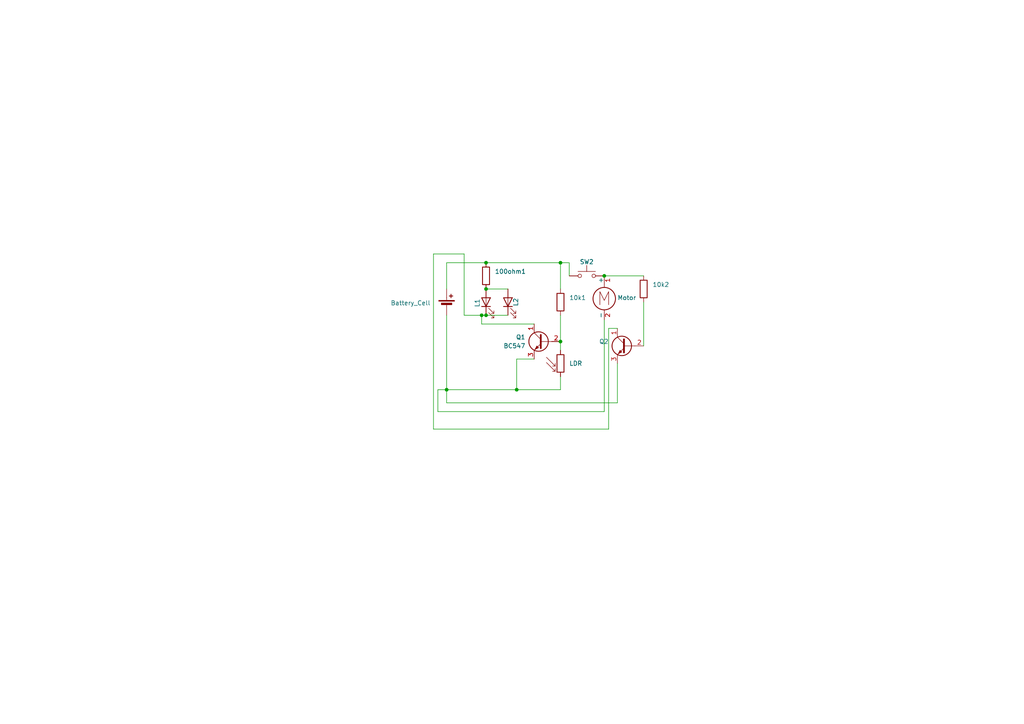
<source format=kicad_sch>
(kicad_sch
	(version 20250114)
	(generator "eeschema")
	(generator_version "9.0")
	(uuid "8a5a08af-704e-4202-9ba6-27d3b0bd7c77")
	(paper "A4")
	(lib_symbols
		(symbol "Device:Battery_Cell"
			(pin_numbers
				(hide yes)
			)
			(pin_names
				(offset 0)
				(hide yes)
			)
			(exclude_from_sim no)
			(in_bom yes)
			(on_board yes)
			(property "Reference" "BT"
				(at 2.54 2.54 0)
				(effects
					(font
						(size 1.27 1.27)
					)
					(justify left)
				)
			)
			(property "Value" "Battery_Cell"
				(at 2.54 0 0)
				(effects
					(font
						(size 1.27 1.27)
					)
					(justify left)
				)
			)
			(property "Footprint" ""
				(at 0 1.524 90)
				(effects
					(font
						(size 1.27 1.27)
					)
					(hide yes)
				)
			)
			(property "Datasheet" "~"
				(at 0 1.524 90)
				(effects
					(font
						(size 1.27 1.27)
					)
					(hide yes)
				)
			)
			(property "Description" "Single-cell battery"
				(at 0 0 0)
				(effects
					(font
						(size 1.27 1.27)
					)
					(hide yes)
				)
			)
			(property "ki_keywords" "battery cell"
				(at 0 0 0)
				(effects
					(font
						(size 1.27 1.27)
					)
					(hide yes)
				)
			)
			(symbol "Battery_Cell_0_1"
				(rectangle
					(start -2.286 1.778)
					(end 2.286 1.524)
					(stroke
						(width 0)
						(type default)
					)
					(fill
						(type outline)
					)
				)
				(rectangle
					(start -1.524 1.016)
					(end 1.524 0.508)
					(stroke
						(width 0)
						(type default)
					)
					(fill
						(type outline)
					)
				)
				(polyline
					(pts
						(xy 0 1.778) (xy 0 2.54)
					)
					(stroke
						(width 0)
						(type default)
					)
					(fill
						(type none)
					)
				)
				(polyline
					(pts
						(xy 0 0.762) (xy 0 0)
					)
					(stroke
						(width 0)
						(type default)
					)
					(fill
						(type none)
					)
				)
				(polyline
					(pts
						(xy 0.762 3.048) (xy 1.778 3.048)
					)
					(stroke
						(width 0.254)
						(type default)
					)
					(fill
						(type none)
					)
				)
				(polyline
					(pts
						(xy 1.27 3.556) (xy 1.27 2.54)
					)
					(stroke
						(width 0.254)
						(type default)
					)
					(fill
						(type none)
					)
				)
			)
			(symbol "Battery_Cell_1_1"
				(pin passive line
					(at 0 5.08 270)
					(length 2.54)
					(name "+"
						(effects
							(font
								(size 1.27 1.27)
							)
						)
					)
					(number "1"
						(effects
							(font
								(size 1.27 1.27)
							)
						)
					)
				)
				(pin passive line
					(at 0 -2.54 90)
					(length 2.54)
					(name "-"
						(effects
							(font
								(size 1.27 1.27)
							)
						)
					)
					(number "2"
						(effects
							(font
								(size 1.27 1.27)
							)
						)
					)
				)
			)
			(embedded_fonts no)
		)
		(symbol "Device:LED"
			(pin_numbers
				(hide yes)
			)
			(pin_names
				(offset 1.016)
				(hide yes)
			)
			(exclude_from_sim no)
			(in_bom yes)
			(on_board yes)
			(property "Reference" "D"
				(at 0 2.54 0)
				(effects
					(font
						(size 1.27 1.27)
					)
				)
			)
			(property "Value" "LED"
				(at 0 -2.54 0)
				(effects
					(font
						(size 1.27 1.27)
					)
				)
			)
			(property "Footprint" ""
				(at 0 0 0)
				(effects
					(font
						(size 1.27 1.27)
					)
					(hide yes)
				)
			)
			(property "Datasheet" "~"
				(at 0 0 0)
				(effects
					(font
						(size 1.27 1.27)
					)
					(hide yes)
				)
			)
			(property "Description" "Light emitting diode"
				(at 0 0 0)
				(effects
					(font
						(size 1.27 1.27)
					)
					(hide yes)
				)
			)
			(property "Sim.Pins" "1=K 2=A"
				(at 0 0 0)
				(effects
					(font
						(size 1.27 1.27)
					)
					(hide yes)
				)
			)
			(property "ki_keywords" "LED diode"
				(at 0 0 0)
				(effects
					(font
						(size 1.27 1.27)
					)
					(hide yes)
				)
			)
			(property "ki_fp_filters" "LED* LED_SMD:* LED_THT:*"
				(at 0 0 0)
				(effects
					(font
						(size 1.27 1.27)
					)
					(hide yes)
				)
			)
			(symbol "LED_0_1"
				(polyline
					(pts
						(xy -3.048 -0.762) (xy -4.572 -2.286) (xy -3.81 -2.286) (xy -4.572 -2.286) (xy -4.572 -1.524)
					)
					(stroke
						(width 0)
						(type default)
					)
					(fill
						(type none)
					)
				)
				(polyline
					(pts
						(xy -1.778 -0.762) (xy -3.302 -2.286) (xy -2.54 -2.286) (xy -3.302 -2.286) (xy -3.302 -1.524)
					)
					(stroke
						(width 0)
						(type default)
					)
					(fill
						(type none)
					)
				)
				(polyline
					(pts
						(xy -1.27 0) (xy 1.27 0)
					)
					(stroke
						(width 0)
						(type default)
					)
					(fill
						(type none)
					)
				)
				(polyline
					(pts
						(xy -1.27 -1.27) (xy -1.27 1.27)
					)
					(stroke
						(width 0.254)
						(type default)
					)
					(fill
						(type none)
					)
				)
				(polyline
					(pts
						(xy 1.27 -1.27) (xy 1.27 1.27) (xy -1.27 0) (xy 1.27 -1.27)
					)
					(stroke
						(width 0.254)
						(type default)
					)
					(fill
						(type none)
					)
				)
			)
			(symbol "LED_1_1"
				(pin passive line
					(at -3.81 0 0)
					(length 2.54)
					(name "K"
						(effects
							(font
								(size 1.27 1.27)
							)
						)
					)
					(number "1"
						(effects
							(font
								(size 1.27 1.27)
							)
						)
					)
				)
				(pin passive line
					(at 3.81 0 180)
					(length 2.54)
					(name "A"
						(effects
							(font
								(size 1.27 1.27)
							)
						)
					)
					(number "2"
						(effects
							(font
								(size 1.27 1.27)
							)
						)
					)
				)
			)
			(embedded_fonts no)
		)
		(symbol "Device:R"
			(pin_numbers
				(hide yes)
			)
			(pin_names
				(offset 0)
			)
			(exclude_from_sim no)
			(in_bom yes)
			(on_board yes)
			(property "Reference" "R"
				(at 2.032 0 90)
				(effects
					(font
						(size 1.27 1.27)
					)
				)
			)
			(property "Value" "R"
				(at 0 0 90)
				(effects
					(font
						(size 1.27 1.27)
					)
				)
			)
			(property "Footprint" ""
				(at -1.778 0 90)
				(effects
					(font
						(size 1.27 1.27)
					)
					(hide yes)
				)
			)
			(property "Datasheet" "~"
				(at 0 0 0)
				(effects
					(font
						(size 1.27 1.27)
					)
					(hide yes)
				)
			)
			(property "Description" "Resistor"
				(at 0 0 0)
				(effects
					(font
						(size 1.27 1.27)
					)
					(hide yes)
				)
			)
			(property "ki_keywords" "R res resistor"
				(at 0 0 0)
				(effects
					(font
						(size 1.27 1.27)
					)
					(hide yes)
				)
			)
			(property "ki_fp_filters" "R_*"
				(at 0 0 0)
				(effects
					(font
						(size 1.27 1.27)
					)
					(hide yes)
				)
			)
			(symbol "R_0_1"
				(rectangle
					(start -1.016 -2.54)
					(end 1.016 2.54)
					(stroke
						(width 0.254)
						(type default)
					)
					(fill
						(type none)
					)
				)
			)
			(symbol "R_1_1"
				(pin passive line
					(at 0 3.81 270)
					(length 1.27)
					(name "~"
						(effects
							(font
								(size 1.27 1.27)
							)
						)
					)
					(number "1"
						(effects
							(font
								(size 1.27 1.27)
							)
						)
					)
				)
				(pin passive line
					(at 0 -3.81 90)
					(length 1.27)
					(name "~"
						(effects
							(font
								(size 1.27 1.27)
							)
						)
					)
					(number "2"
						(effects
							(font
								(size 1.27 1.27)
							)
						)
					)
				)
			)
			(embedded_fonts no)
		)
		(symbol "Device:R_Photo"
			(pin_numbers
				(hide yes)
			)
			(pin_names
				(offset 0)
			)
			(exclude_from_sim no)
			(in_bom yes)
			(on_board yes)
			(property "Reference" "R"
				(at 1.27 1.27 0)
				(effects
					(font
						(size 1.27 1.27)
					)
					(justify left)
				)
			)
			(property "Value" "R_Photo"
				(at 1.27 0 0)
				(effects
					(font
						(size 1.27 1.27)
					)
					(justify left top)
				)
			)
			(property "Footprint" ""
				(at 1.27 -6.35 90)
				(effects
					(font
						(size 1.27 1.27)
					)
					(justify left)
					(hide yes)
				)
			)
			(property "Datasheet" "~"
				(at 0 -1.27 0)
				(effects
					(font
						(size 1.27 1.27)
					)
					(hide yes)
				)
			)
			(property "Description" "Photoresistor"
				(at 0 0 0)
				(effects
					(font
						(size 1.27 1.27)
					)
					(hide yes)
				)
			)
			(property "ki_keywords" "resistor variable light sensitive opto LDR"
				(at 0 0 0)
				(effects
					(font
						(size 1.27 1.27)
					)
					(hide yes)
				)
			)
			(property "ki_fp_filters" "*LDR* R?LDR*"
				(at 0 0 0)
				(effects
					(font
						(size 1.27 1.27)
					)
					(hide yes)
				)
			)
			(symbol "R_Photo_0_1"
				(polyline
					(pts
						(xy -1.524 -0.762) (xy -4.064 1.778)
					)
					(stroke
						(width 0)
						(type default)
					)
					(fill
						(type none)
					)
				)
				(polyline
					(pts
						(xy -1.524 -0.762) (xy -2.286 -0.762)
					)
					(stroke
						(width 0)
						(type default)
					)
					(fill
						(type none)
					)
				)
				(polyline
					(pts
						(xy -1.524 -0.762) (xy -1.524 0)
					)
					(stroke
						(width 0)
						(type default)
					)
					(fill
						(type none)
					)
				)
				(polyline
					(pts
						(xy -1.524 -2.286) (xy -4.064 0.254)
					)
					(stroke
						(width 0)
						(type default)
					)
					(fill
						(type none)
					)
				)
				(polyline
					(pts
						(xy -1.524 -2.286) (xy -2.286 -2.286)
					)
					(stroke
						(width 0)
						(type default)
					)
					(fill
						(type none)
					)
				)
				(polyline
					(pts
						(xy -1.524 -2.286) (xy -1.524 -1.524)
					)
					(stroke
						(width 0)
						(type default)
					)
					(fill
						(type none)
					)
				)
				(rectangle
					(start -1.016 2.54)
					(end 1.016 -2.54)
					(stroke
						(width 0.254)
						(type default)
					)
					(fill
						(type none)
					)
				)
			)
			(symbol "R_Photo_1_1"
				(pin passive line
					(at 0 3.81 270)
					(length 1.27)
					(name "~"
						(effects
							(font
								(size 1.27 1.27)
							)
						)
					)
					(number "1"
						(effects
							(font
								(size 1.27 1.27)
							)
						)
					)
				)
				(pin passive line
					(at 0 -3.81 90)
					(length 1.27)
					(name "~"
						(effects
							(font
								(size 1.27 1.27)
							)
						)
					)
					(number "2"
						(effects
							(font
								(size 1.27 1.27)
							)
						)
					)
				)
			)
			(embedded_fonts no)
		)
		(symbol "Motor:Motor_DC"
			(pin_names
				(offset 0)
			)
			(exclude_from_sim no)
			(in_bom yes)
			(on_board yes)
			(property "Reference" "M"
				(at 2.54 2.54 0)
				(effects
					(font
						(size 1.27 1.27)
					)
					(justify left)
				)
			)
			(property "Value" "Motor_DC"
				(at 2.54 -5.08 0)
				(effects
					(font
						(size 1.27 1.27)
					)
					(justify left top)
				)
			)
			(property "Footprint" ""
				(at 0 -2.286 0)
				(effects
					(font
						(size 1.27 1.27)
					)
					(hide yes)
				)
			)
			(property "Datasheet" "~"
				(at 0 -2.286 0)
				(effects
					(font
						(size 1.27 1.27)
					)
					(hide yes)
				)
			)
			(property "Description" "DC Motor"
				(at 0 0 0)
				(effects
					(font
						(size 1.27 1.27)
					)
					(hide yes)
				)
			)
			(property "ki_keywords" "DC Motor"
				(at 0 0 0)
				(effects
					(font
						(size 1.27 1.27)
					)
					(hide yes)
				)
			)
			(property "ki_fp_filters" "PinHeader*P2.54mm* TerminalBlock*"
				(at 0 0 0)
				(effects
					(font
						(size 1.27 1.27)
					)
					(hide yes)
				)
			)
			(symbol "Motor_DC_0_0"
				(polyline
					(pts
						(xy -1.27 -3.302) (xy -1.27 0.508) (xy 0 -2.032) (xy 1.27 0.508) (xy 1.27 -3.302)
					)
					(stroke
						(width 0)
						(type default)
					)
					(fill
						(type none)
					)
				)
			)
			(symbol "Motor_DC_0_1"
				(polyline
					(pts
						(xy 0 2.032) (xy 0 2.54)
					)
					(stroke
						(width 0)
						(type default)
					)
					(fill
						(type none)
					)
				)
				(polyline
					(pts
						(xy 0 1.7272) (xy 0 2.0828)
					)
					(stroke
						(width 0)
						(type default)
					)
					(fill
						(type none)
					)
				)
				(circle
					(center 0 -1.524)
					(radius 3.2512)
					(stroke
						(width 0.254)
						(type default)
					)
					(fill
						(type none)
					)
				)
				(polyline
					(pts
						(xy 0 -4.7752) (xy 0 -5.1816)
					)
					(stroke
						(width 0)
						(type default)
					)
					(fill
						(type none)
					)
				)
				(polyline
					(pts
						(xy 0 -7.62) (xy 0 -7.112)
					)
					(stroke
						(width 0)
						(type default)
					)
					(fill
						(type none)
					)
				)
			)
			(symbol "Motor_DC_1_1"
				(pin passive line
					(at 0 5.08 270)
					(length 2.54)
					(name "+"
						(effects
							(font
								(size 1.27 1.27)
							)
						)
					)
					(number "1"
						(effects
							(font
								(size 1.27 1.27)
							)
						)
					)
				)
				(pin passive line
					(at 0 -7.62 90)
					(length 2.54)
					(name "-"
						(effects
							(font
								(size 1.27 1.27)
							)
						)
					)
					(number "2"
						(effects
							(font
								(size 1.27 1.27)
							)
						)
					)
				)
			)
			(embedded_fonts no)
		)
		(symbol "Switch:SW_Push"
			(pin_numbers
				(hide yes)
			)
			(pin_names
				(offset 1.016)
				(hide yes)
			)
			(exclude_from_sim no)
			(in_bom yes)
			(on_board yes)
			(property "Reference" "SW"
				(at 1.27 2.54 0)
				(effects
					(font
						(size 1.27 1.27)
					)
					(justify left)
				)
			)
			(property "Value" "SW_Push"
				(at 0 -1.524 0)
				(effects
					(font
						(size 1.27 1.27)
					)
				)
			)
			(property "Footprint" ""
				(at 0 5.08 0)
				(effects
					(font
						(size 1.27 1.27)
					)
					(hide yes)
				)
			)
			(property "Datasheet" "~"
				(at 0 5.08 0)
				(effects
					(font
						(size 1.27 1.27)
					)
					(hide yes)
				)
			)
			(property "Description" "Push button switch, generic, two pins"
				(at 0 0 0)
				(effects
					(font
						(size 1.27 1.27)
					)
					(hide yes)
				)
			)
			(property "ki_keywords" "switch normally-open pushbutton push-button"
				(at 0 0 0)
				(effects
					(font
						(size 1.27 1.27)
					)
					(hide yes)
				)
			)
			(symbol "SW_Push_0_1"
				(circle
					(center -2.032 0)
					(radius 0.508)
					(stroke
						(width 0)
						(type default)
					)
					(fill
						(type none)
					)
				)
				(polyline
					(pts
						(xy 0 1.27) (xy 0 3.048)
					)
					(stroke
						(width 0)
						(type default)
					)
					(fill
						(type none)
					)
				)
				(circle
					(center 2.032 0)
					(radius 0.508)
					(stroke
						(width 0)
						(type default)
					)
					(fill
						(type none)
					)
				)
				(polyline
					(pts
						(xy 2.54 1.27) (xy -2.54 1.27)
					)
					(stroke
						(width 0)
						(type default)
					)
					(fill
						(type none)
					)
				)
				(pin passive line
					(at -5.08 0 0)
					(length 2.54)
					(name "1"
						(effects
							(font
								(size 1.27 1.27)
							)
						)
					)
					(number "1"
						(effects
							(font
								(size 1.27 1.27)
							)
						)
					)
				)
				(pin passive line
					(at 5.08 0 180)
					(length 2.54)
					(name "2"
						(effects
							(font
								(size 1.27 1.27)
							)
						)
					)
					(number "2"
						(effects
							(font
								(size 1.27 1.27)
							)
						)
					)
				)
			)
			(embedded_fonts no)
		)
		(symbol "Transistor_BJT:BC547"
			(pin_names
				(offset 0)
				(hide yes)
			)
			(exclude_from_sim no)
			(in_bom yes)
			(on_board yes)
			(property "Reference" "Q"
				(at 5.08 1.905 0)
				(effects
					(font
						(size 1.27 1.27)
					)
					(justify left)
				)
			)
			(property "Value" "BC547"
				(at 5.08 0 0)
				(effects
					(font
						(size 1.27 1.27)
					)
					(justify left)
				)
			)
			(property "Footprint" "Package_TO_SOT_THT:TO-92_Inline"
				(at 5.08 -1.905 0)
				(effects
					(font
						(size 1.27 1.27)
						(italic yes)
					)
					(justify left)
					(hide yes)
				)
			)
			(property "Datasheet" "https://www.onsemi.com/pub/Collateral/BC550-D.pdf"
				(at 0 0 0)
				(effects
					(font
						(size 1.27 1.27)
					)
					(justify left)
					(hide yes)
				)
			)
			(property "Description" "0.1A Ic, 45V Vce, Small Signal NPN Transistor, TO-92"
				(at 0 0 0)
				(effects
					(font
						(size 1.27 1.27)
					)
					(hide yes)
				)
			)
			(property "ki_keywords" "NPN Transistor"
				(at 0 0 0)
				(effects
					(font
						(size 1.27 1.27)
					)
					(hide yes)
				)
			)
			(property "ki_fp_filters" "TO?92*"
				(at 0 0 0)
				(effects
					(font
						(size 1.27 1.27)
					)
					(hide yes)
				)
			)
			(symbol "BC547_0_1"
				(polyline
					(pts
						(xy -2.54 0) (xy 0.635 0)
					)
					(stroke
						(width 0)
						(type default)
					)
					(fill
						(type none)
					)
				)
				(polyline
					(pts
						(xy 0.635 1.905) (xy 0.635 -1.905)
					)
					(stroke
						(width 0.508)
						(type default)
					)
					(fill
						(type none)
					)
				)
				(circle
					(center 1.27 0)
					(radius 2.8194)
					(stroke
						(width 0.254)
						(type default)
					)
					(fill
						(type none)
					)
				)
			)
			(symbol "BC547_1_1"
				(polyline
					(pts
						(xy 0.635 0.635) (xy 2.54 2.54)
					)
					(stroke
						(width 0)
						(type default)
					)
					(fill
						(type none)
					)
				)
				(polyline
					(pts
						(xy 0.635 -0.635) (xy 2.54 -2.54)
					)
					(stroke
						(width 0)
						(type default)
					)
					(fill
						(type none)
					)
				)
				(polyline
					(pts
						(xy 1.27 -1.778) (xy 1.778 -1.27) (xy 2.286 -2.286) (xy 1.27 -1.778)
					)
					(stroke
						(width 0)
						(type default)
					)
					(fill
						(type outline)
					)
				)
				(pin input line
					(at -5.08 0 0)
					(length 2.54)
					(name "B"
						(effects
							(font
								(size 1.27 1.27)
							)
						)
					)
					(number "2"
						(effects
							(font
								(size 1.27 1.27)
							)
						)
					)
				)
				(pin passive line
					(at 2.54 5.08 270)
					(length 2.54)
					(name "C"
						(effects
							(font
								(size 1.27 1.27)
							)
						)
					)
					(number "1"
						(effects
							(font
								(size 1.27 1.27)
							)
						)
					)
				)
				(pin passive line
					(at 2.54 -5.08 90)
					(length 2.54)
					(name "E"
						(effects
							(font
								(size 1.27 1.27)
							)
						)
					)
					(number "3"
						(effects
							(font
								(size 1.27 1.27)
							)
						)
					)
				)
			)
			(embedded_fonts no)
		)
	)
	(junction
		(at 175.26 80.01)
		(diameter 0)
		(color 0 0 0 0)
		(uuid "09e5b6e4-a6db-4714-9c9e-724a3beade10")
	)
	(junction
		(at 139.7 91.44)
		(diameter 0)
		(color 0 0 0 0)
		(uuid "1b5f712d-a928-49c6-9d0a-ae78c58ec426")
	)
	(junction
		(at 140.97 76.2)
		(diameter 0)
		(color 0 0 0 0)
		(uuid "4cd16a95-8042-43e9-9a13-efd86e1b7017")
	)
	(junction
		(at 140.97 83.82)
		(diameter 0)
		(color 0 0 0 0)
		(uuid "4dcc315c-6c77-4283-bba7-1786ddd50552")
	)
	(junction
		(at 129.54 113.03)
		(diameter 0)
		(color 0 0 0 0)
		(uuid "85f7357e-8b7a-45cb-8aa2-64dcc85d5f30")
	)
	(junction
		(at 162.56 99.06)
		(diameter 0)
		(color 0 0 0 0)
		(uuid "9e713991-b6dd-48fb-9959-3e0e8527d899")
	)
	(junction
		(at 149.86 113.03)
		(diameter 0)
		(color 0 0 0 0)
		(uuid "afbd78cc-5c35-4b2e-8743-ec8ed1fa329b")
	)
	(junction
		(at 140.97 91.44)
		(diameter 0)
		(color 0 0 0 0)
		(uuid "efa786b0-f4c6-403e-a8cb-cf5d3fee4eaa")
	)
	(junction
		(at 162.56 76.2)
		(diameter 0)
		(color 0 0 0 0)
		(uuid "fd4dc867-e976-47fe-ab4c-942d11ced99c")
	)
	(wire
		(pts
			(xy 140.97 76.2) (xy 162.56 76.2)
		)
		(stroke
			(width 0)
			(type default)
		)
		(uuid "01556098-f551-4eb9-96b0-f6520dc1b560")
	)
	(wire
		(pts
			(xy 134.62 91.44) (xy 139.7 91.44)
		)
		(stroke
			(width 0)
			(type default)
		)
		(uuid "021ee3bf-9753-44fd-91dc-aa720fead404")
	)
	(wire
		(pts
			(xy 175.26 80.01) (xy 186.69 80.01)
		)
		(stroke
			(width 0)
			(type default)
		)
		(uuid "0b2c420e-3e12-429a-850b-fd8def062877")
	)
	(wire
		(pts
			(xy 149.86 104.14) (xy 149.86 113.03)
		)
		(stroke
			(width 0)
			(type default)
		)
		(uuid "107994fe-a629-4f62-956d-77792bc665ce")
	)
	(wire
		(pts
			(xy 127 119.38) (xy 175.26 119.38)
		)
		(stroke
			(width 0)
			(type default)
		)
		(uuid "1265ef71-e950-4700-b569-842aba4b5055")
	)
	(wire
		(pts
			(xy 149.86 113.03) (xy 162.56 113.03)
		)
		(stroke
			(width 0)
			(type default)
		)
		(uuid "1851f7fa-589d-4a61-b569-80ed1d55b763")
	)
	(wire
		(pts
			(xy 162.56 109.22) (xy 162.56 113.03)
		)
		(stroke
			(width 0)
			(type default)
		)
		(uuid "1abf74f7-0a14-46d2-9d42-65a0881d6242")
	)
	(wire
		(pts
			(xy 139.7 93.98) (xy 154.94 93.98)
		)
		(stroke
			(width 0)
			(type default)
		)
		(uuid "23bf4a64-bd7d-476f-87c7-d49b64d63071")
	)
	(wire
		(pts
			(xy 176.53 95.25) (xy 176.53 124.46)
		)
		(stroke
			(width 0)
			(type default)
		)
		(uuid "27e6bd5b-c4b7-4466-979c-e8f88cc2c231")
	)
	(wire
		(pts
			(xy 165.1 76.2) (xy 162.56 76.2)
		)
		(stroke
			(width 0)
			(type default)
		)
		(uuid "292d7a37-6c47-4291-b297-b62d65afe798")
	)
	(wire
		(pts
			(xy 162.56 76.2) (xy 162.56 83.82)
		)
		(stroke
			(width 0)
			(type default)
		)
		(uuid "2aa95906-a7e5-4548-86f3-bfcb65a7baf4")
	)
	(wire
		(pts
			(xy 129.54 113.03) (xy 149.86 113.03)
		)
		(stroke
			(width 0)
			(type default)
		)
		(uuid "2e10f472-9cb0-4a1b-b1f2-d8eb5564522f")
	)
	(wire
		(pts
			(xy 129.54 76.2) (xy 129.54 83.82)
		)
		(stroke
			(width 0)
			(type default)
		)
		(uuid "315c21fb-1ae4-492c-9743-d5f42e9d9400")
	)
	(wire
		(pts
			(xy 165.1 80.01) (xy 165.1 76.2)
		)
		(stroke
			(width 0)
			(type default)
		)
		(uuid "329fa0ec-4d92-430d-bef0-54115b2d6f50")
	)
	(wire
		(pts
			(xy 129.54 116.84) (xy 179.07 116.84)
		)
		(stroke
			(width 0)
			(type default)
		)
		(uuid "35b37256-0362-4ae8-b00d-5bc6fde2ebf8")
	)
	(wire
		(pts
			(xy 129.54 113.03) (xy 129.54 116.84)
		)
		(stroke
			(width 0)
			(type default)
		)
		(uuid "3d9c6def-b778-4661-bbae-b60768aa9741")
	)
	(wire
		(pts
			(xy 134.62 73.66) (xy 134.62 91.44)
		)
		(stroke
			(width 0)
			(type default)
		)
		(uuid "48ea709c-2ade-403c-83fc-c6bcd5f50e8e")
	)
	(wire
		(pts
			(xy 125.73 73.66) (xy 134.62 73.66)
		)
		(stroke
			(width 0)
			(type default)
		)
		(uuid "54bb9171-f412-4a0f-8aae-a70b8d2184ea")
	)
	(wire
		(pts
			(xy 129.54 91.44) (xy 129.54 113.03)
		)
		(stroke
			(width 0)
			(type default)
		)
		(uuid "57c23627-8eb2-4dfe-9a30-6d1d6e78474e")
	)
	(wire
		(pts
			(xy 179.07 105.41) (xy 179.07 116.84)
		)
		(stroke
			(width 0)
			(type default)
		)
		(uuid "6893a696-5cb7-4374-9cff-6dfd1923e38b")
	)
	(wire
		(pts
			(xy 179.07 95.25) (xy 176.53 95.25)
		)
		(stroke
			(width 0)
			(type default)
		)
		(uuid "6b3cdd51-0c19-4249-b556-a68e561533ad")
	)
	(wire
		(pts
			(xy 125.73 124.46) (xy 125.73 73.66)
		)
		(stroke
			(width 0)
			(type default)
		)
		(uuid "7020f0e3-4a64-411a-adb8-a72be2ebf162")
	)
	(wire
		(pts
			(xy 186.69 87.63) (xy 186.69 100.33)
		)
		(stroke
			(width 0)
			(type default)
		)
		(uuid "84b2dc2f-fb6c-4a19-96b7-419646e69ed5")
	)
	(wire
		(pts
			(xy 140.97 91.44) (xy 147.32 91.44)
		)
		(stroke
			(width 0)
			(type default)
		)
		(uuid "95a47dff-72a0-4ee3-bcd1-9369036bfd86")
	)
	(wire
		(pts
			(xy 139.7 91.44) (xy 140.97 91.44)
		)
		(stroke
			(width 0)
			(type default)
		)
		(uuid "a3035ebc-a5d8-422d-a497-9d0142b982fc")
	)
	(wire
		(pts
			(xy 154.94 104.14) (xy 149.86 104.14)
		)
		(stroke
			(width 0)
			(type default)
		)
		(uuid "a42526ad-85ca-4b50-8ae8-c44fbe9fb63e")
	)
	(wire
		(pts
			(xy 140.97 76.2) (xy 129.54 76.2)
		)
		(stroke
			(width 0)
			(type default)
		)
		(uuid "afce2520-b1c7-4052-bbb5-29889a3ddd18")
	)
	(wire
		(pts
			(xy 127 119.38) (xy 127 113.03)
		)
		(stroke
			(width 0)
			(type default)
		)
		(uuid "bc7f811c-792d-4664-b1f3-d1e122b2c359")
	)
	(wire
		(pts
			(xy 162.56 91.44) (xy 162.56 99.06)
		)
		(stroke
			(width 0)
			(type default)
		)
		(uuid "bdcc58c8-bd69-4d93-b417-5320b17a264f")
	)
	(wire
		(pts
			(xy 176.53 124.46) (xy 125.73 124.46)
		)
		(stroke
			(width 0)
			(type default)
		)
		(uuid "c8a86867-a2bc-4541-9df7-cb357ddb8e92")
	)
	(wire
		(pts
			(xy 139.7 91.44) (xy 139.7 93.98)
		)
		(stroke
			(width 0)
			(type default)
		)
		(uuid "c9d67827-bc86-4f38-8802-c530fd640faf")
	)
	(wire
		(pts
			(xy 175.26 92.71) (xy 175.26 119.38)
		)
		(stroke
			(width 0)
			(type default)
		)
		(uuid "cf0632d7-4e6e-4bab-b460-fb2f07ac0ca8")
	)
	(wire
		(pts
			(xy 162.56 99.06) (xy 162.56 101.6)
		)
		(stroke
			(width 0)
			(type default)
		)
		(uuid "d23fc552-e3d1-434f-9868-ddb2157f7174")
	)
	(wire
		(pts
			(xy 140.97 83.82) (xy 147.32 83.82)
		)
		(stroke
			(width 0)
			(type default)
		)
		(uuid "e2cef3d7-d1fd-443c-862e-a2d4a2e3d9f1")
	)
	(wire
		(pts
			(xy 127 113.03) (xy 129.54 113.03)
		)
		(stroke
			(width 0)
			(type default)
		)
		(uuid "ff345173-decb-496c-9930-1624ff8c7367")
	)
	(symbol
		(lib_id "Device:R")
		(at 186.69 83.82 0)
		(unit 1)
		(exclude_from_sim no)
		(in_bom yes)
		(on_board yes)
		(dnp no)
		(uuid "2a534ba7-7196-452c-9412-f5ad0d131012")
		(property "Reference" "10k2"
			(at 189.23 82.5499 0)
			(effects
				(font
					(size 1.27 1.27)
				)
				(justify left)
			)
		)
		(property "Value" "R1"
			(at 182.118 83.82 0)
			(effects
				(font
					(size 1.27 1.27)
				)
				(justify left)
				(hide yes)
			)
		)
		(property "Footprint" "Resistor_THT:R_Axial_DIN0207_L6.3mm_D2.5mm_P7.62mm_Horizontal"
			(at 184.912 83.82 90)
			(effects
				(font
					(size 1.27 1.27)
				)
				(hide yes)
			)
		)
		(property "Datasheet" "~"
			(at 186.69 83.82 0)
			(effects
				(font
					(size 1.27 1.27)
				)
				(hide yes)
			)
		)
		(property "Description" "Resistor"
			(at 186.69 83.82 0)
			(effects
				(font
					(size 1.27 1.27)
				)
				(hide yes)
			)
		)
		(pin "1"
			(uuid "5943ac00-fb91-4db8-86bf-39ca03622052")
		)
		(pin "2"
			(uuid "c2ff6b95-7dee-436c-b3ce-bbcb5a2525cb")
		)
		(instances
			(project "HackSolder"
				(path "/8a5a08af-704e-4202-9ba6-27d3b0bd7c77"
					(reference "10k2")
					(unit 1)
				)
			)
		)
	)
	(symbol
		(lib_id "Device:LED")
		(at 147.32 87.63 90)
		(unit 1)
		(exclude_from_sim no)
		(in_bom yes)
		(on_board yes)
		(dnp no)
		(uuid "40fb20ff-8a15-4ad3-a3c2-84671a78f888")
		(property "Reference" "D2"
			(at 140.97 89.2175 0)
			(effects
				(font
					(size 1.27 1.27)
				)
				(hide yes)
			)
		)
		(property "Value" "L2"
			(at 149.606 87.63 0)
			(effects
				(font
					(size 1.27 1.27)
				)
			)
		)
		(property "Footprint" "LED_THT:LED_D5.0mm"
			(at 147.32 87.63 0)
			(effects
				(font
					(size 1.27 1.27)
				)
				(hide yes)
			)
		)
		(property "Datasheet" "~"
			(at 147.32 87.63 0)
			(effects
				(font
					(size 1.27 1.27)
				)
				(hide yes)
			)
		)
		(property "Description" "Light emitting diode"
			(at 147.32 87.63 0)
			(effects
				(font
					(size 1.27 1.27)
				)
				(hide yes)
			)
		)
		(property "Sim.Pins" "1=K 2=A"
			(at 147.32 87.63 0)
			(effects
				(font
					(size 1.27 1.27)
				)
				(hide yes)
			)
		)
		(pin "1"
			(uuid "14aae1cf-7cdc-49ca-b0b4-c8d4d0cd64eb")
		)
		(pin "2"
			(uuid "378caa4d-0bc0-4986-841e-2bd695897b2b")
		)
		(instances
			(project "HackSolder"
				(path "/8a5a08af-704e-4202-9ba6-27d3b0bd7c77"
					(reference "D2")
					(unit 1)
				)
			)
		)
	)
	(symbol
		(lib_id "Device:R")
		(at 140.97 80.01 0)
		(unit 1)
		(exclude_from_sim no)
		(in_bom yes)
		(on_board yes)
		(dnp no)
		(uuid "79616b1e-a797-4106-98b8-032f3708d157")
		(property "Reference" "100ohm1"
			(at 143.51 78.7399 0)
			(effects
				(font
					(size 1.27 1.27)
				)
				(justify left)
			)
		)
		(property "Value" "R1"
			(at 136.398 80.01 0)
			(effects
				(font
					(size 1.27 1.27)
				)
				(justify left)
				(hide yes)
			)
		)
		(property "Footprint" "Resistor_THT:R_Axial_DIN0207_L6.3mm_D2.5mm_P7.62mm_Horizontal"
			(at 139.192 80.01 90)
			(effects
				(font
					(size 1.27 1.27)
				)
				(hide yes)
			)
		)
		(property "Datasheet" "~"
			(at 140.97 80.01 0)
			(effects
				(font
					(size 1.27 1.27)
				)
				(hide yes)
			)
		)
		(property "Description" "Resistor"
			(at 140.97 80.01 0)
			(effects
				(font
					(size 1.27 1.27)
				)
				(hide yes)
			)
		)
		(pin "1"
			(uuid "16ce4d8d-a3cb-4b34-bce3-502f94dfd8e9")
		)
		(pin "2"
			(uuid "f0cf7e41-fcac-4c5c-b228-b84ade9d54af")
		)
		(instances
			(project "HackSolder"
				(path "/8a5a08af-704e-4202-9ba6-27d3b0bd7c77"
					(reference "100ohm1")
					(unit 1)
				)
			)
		)
	)
	(symbol
		(lib_id "Device:Battery_Cell")
		(at 129.54 88.9 0)
		(unit 1)
		(exclude_from_sim no)
		(in_bom yes)
		(on_board yes)
		(dnp no)
		(uuid "8472a7e6-266b-486d-842e-fd1f034a216d")
		(property "Reference" "BT1"
			(at 117.348 85.344 0)
			(effects
				(font
					(size 1.27 1.27)
				)
				(justify left)
				(hide yes)
			)
		)
		(property "Value" "Battery_Cell"
			(at 113.284 87.884 0)
			(effects
				(font
					(size 1.27 1.27)
				)
				(justify left)
			)
		)
		(property "Footprint" "Battery:BatteryHolder_Keystone_3002_1x2032"
			(at 129.54 87.376 90)
			(effects
				(font
					(size 1.27 1.27)
				)
				(hide yes)
			)
		)
		(property "Datasheet" "~"
			(at 129.54 87.376 90)
			(effects
				(font
					(size 1.27 1.27)
				)
				(hide yes)
			)
		)
		(property "Description" "Single-cell battery"
			(at 129.54 88.9 0)
			(effects
				(font
					(size 1.27 1.27)
				)
				(hide yes)
			)
		)
		(pin "1"
			(uuid "23b920d5-c35c-4ef8-b221-d895dff5b269")
		)
		(pin "2"
			(uuid "b29a1230-e7b1-4cc8-81f3-68442224af6b")
		)
		(instances
			(project "HackSolder"
				(path "/8a5a08af-704e-4202-9ba6-27d3b0bd7c77"
					(reference "BT1")
					(unit 1)
				)
			)
		)
	)
	(symbol
		(lib_id "Switch:SW_Push")
		(at 170.18 80.01 0)
		(unit 1)
		(exclude_from_sim no)
		(in_bom yes)
		(on_board yes)
		(dnp no)
		(uuid "8795c583-a882-4234-8f82-7c04f55cf754")
		(property "Reference" "SW2"
			(at 170.18 75.946 0)
			(effects
				(font
					(size 1.27 1.27)
				)
			)
		)
		(property "Value" "SW_Push"
			(at 170.18 74.93 0)
			(effects
				(font
					(size 1.27 1.27)
				)
				(hide yes)
			)
		)
		(property "Footprint" "Button_Switch_THT:SW_PUSH_6mm_H5mm"
			(at 170.18 74.93 0)
			(effects
				(font
					(size 1.27 1.27)
				)
				(hide yes)
			)
		)
		(property "Datasheet" "~"
			(at 170.18 74.93 0)
			(effects
				(font
					(size 1.27 1.27)
				)
				(hide yes)
			)
		)
		(property "Description" "Push button switch, generic, two pins"
			(at 170.18 80.01 0)
			(effects
				(font
					(size 1.27 1.27)
				)
				(hide yes)
			)
		)
		(pin "1"
			(uuid "2f140e18-0b92-4edc-b705-a0481325476f")
		)
		(pin "2"
			(uuid "62a02609-414e-4f88-b17e-7de386ccec43")
		)
		(instances
			(project "HackSolder"
				(path "/8a5a08af-704e-4202-9ba6-27d3b0bd7c77"
					(reference "SW2")
					(unit 1)
				)
			)
		)
	)
	(symbol
		(lib_id "Transistor_BJT:BC547")
		(at 157.48 99.06 0)
		(mirror y)
		(unit 1)
		(exclude_from_sim no)
		(in_bom yes)
		(on_board yes)
		(dnp no)
		(uuid "944428af-f8c6-472f-99df-d76b4821054d")
		(property "Reference" "Q1"
			(at 152.4 97.7899 0)
			(effects
				(font
					(size 1.27 1.27)
				)
				(justify left)
			)
		)
		(property "Value" "BC547"
			(at 152.4 100.3299 0)
			(effects
				(font
					(size 1.27 1.27)
				)
				(justify left)
			)
		)
		(property "Footprint" "Package_TO_SOT_THT:TO-92_Inline"
			(at 152.4 100.965 0)
			(effects
				(font
					(size 1.27 1.27)
					(italic yes)
				)
				(justify left)
				(hide yes)
			)
		)
		(property "Datasheet" "https://www.onsemi.com/pub/Collateral/BC550-D.pdf"
			(at 157.48 99.06 0)
			(effects
				(font
					(size 1.27 1.27)
				)
				(justify left)
				(hide yes)
			)
		)
		(property "Description" "0.1A Ic, 45V Vce, Small Signal NPN Transistor, TO-92"
			(at 157.48 99.06 0)
			(effects
				(font
					(size 1.27 1.27)
				)
				(hide yes)
			)
		)
		(pin "1"
			(uuid "aea4b362-0d09-488c-85e4-adb304930147")
		)
		(pin "2"
			(uuid "015e7756-4017-496f-8d01-a5ac46aee917")
		)
		(pin "3"
			(uuid "7ee7b15f-9a48-43c9-aedf-e3ea54f5aeb7")
		)
		(instances
			(project "HackSolder"
				(path "/8a5a08af-704e-4202-9ba6-27d3b0bd7c77"
					(reference "Q1")
					(unit 1)
				)
			)
		)
	)
	(symbol
		(lib_id "Transistor_BJT:BC547")
		(at 181.61 100.33 0)
		(mirror y)
		(unit 1)
		(exclude_from_sim no)
		(in_bom yes)
		(on_board yes)
		(dnp no)
		(uuid "b7e06ad6-12c4-4457-9317-ea26caaee185")
		(property "Reference" "Q2"
			(at 176.53 99.0599 0)
			(effects
				(font
					(size 1.27 1.27)
				)
				(justify left)
			)
		)
		(property "Value" "BC547"
			(at 176.53 101.5999 0)
			(effects
				(font
					(size 1.27 1.27)
				)
				(justify left)
				(hide yes)
			)
		)
		(property "Footprint" "Package_TO_SOT_THT:TO-92_Inline"
			(at 176.53 102.235 0)
			(effects
				(font
					(size 1.27 1.27)
					(italic yes)
				)
				(justify left)
				(hide yes)
			)
		)
		(property "Datasheet" "https://www.onsemi.com/pub/Collateral/BC550-D.pdf"
			(at 181.61 100.33 0)
			(effects
				(font
					(size 1.27 1.27)
				)
				(justify left)
				(hide yes)
			)
		)
		(property "Description" "0.1A Ic, 45V Vce, Small Signal NPN Transistor, TO-92"
			(at 181.61 100.33 0)
			(effects
				(font
					(size 1.27 1.27)
				)
				(hide yes)
			)
		)
		(pin "1"
			(uuid "ab688654-f12b-46b2-b68c-2d40052e07af")
		)
		(pin "2"
			(uuid "7d818958-d39c-443b-a7e3-59b30e131ac9")
		)
		(pin "3"
			(uuid "7059e4da-ae98-48f5-a4c3-0ca6e533a65c")
		)
		(instances
			(project "HackSolder"
				(path "/8a5a08af-704e-4202-9ba6-27d3b0bd7c77"
					(reference "Q2")
					(unit 1)
				)
			)
		)
	)
	(symbol
		(lib_id "Motor:Motor_DC")
		(at 175.26 85.09 0)
		(unit 1)
		(exclude_from_sim no)
		(in_bom yes)
		(on_board yes)
		(dnp no)
		(uuid "ca0e1d70-c4ea-4380-bc1f-28f7f97c2939")
		(property "Reference" "M2"
			(at 180.34 86.3599 0)
			(effects
				(font
					(size 1.27 1.27)
				)
				(justify left)
				(hide yes)
			)
		)
		(property "Value" "Motor"
			(at 179.07 86.36 0)
			(effects
				(font
					(size 1.27 1.27)
				)
				(justify left)
			)
		)
		(property "Footprint" "Connector_PinHeader_2.54mm:PinHeader_1x02_P2.54mm_Vertical"
			(at 175.26 87.376 0)
			(effects
				(font
					(size 1.27 1.27)
				)
				(hide yes)
			)
		)
		(property "Datasheet" "~"
			(at 175.26 87.376 0)
			(effects
				(font
					(size 1.27 1.27)
				)
				(hide yes)
			)
		)
		(property "Description" "DC Motor"
			(at 175.26 85.09 0)
			(effects
				(font
					(size 1.27 1.27)
				)
				(hide yes)
			)
		)
		(pin "1"
			(uuid "7b8efee4-0582-4813-b715-fe495b0fe4e0")
		)
		(pin "2"
			(uuid "35e28086-d672-4bd3-aa43-49656b70c968")
		)
		(instances
			(project "HackSolder"
				(path "/8a5a08af-704e-4202-9ba6-27d3b0bd7c77"
					(reference "M2")
					(unit 1)
				)
			)
		)
	)
	(symbol
		(lib_id "Device:LED")
		(at 140.97 87.63 90)
		(unit 1)
		(exclude_from_sim no)
		(in_bom yes)
		(on_board yes)
		(dnp no)
		(uuid "e8d91b5e-4722-4d94-a6ee-8435403ca0f5")
		(property "Reference" "L1"
			(at 138.43 87.884 0)
			(effects
				(font
					(size 1.27 1.27)
				)
			)
		)
		(property "Value" "LED"
			(at 137.16 89.2175 0)
			(effects
				(font
					(size 1.27 1.27)
				)
				(hide yes)
			)
		)
		(property "Footprint" "LED_THT:LED_D5.0mm"
			(at 140.97 87.63 0)
			(effects
				(font
					(size 1.27 1.27)
				)
				(hide yes)
			)
		)
		(property "Datasheet" "~"
			(at 140.97 87.63 0)
			(effects
				(font
					(size 1.27 1.27)
				)
				(hide yes)
			)
		)
		(property "Description" "Light emitting diode"
			(at 140.97 87.63 0)
			(effects
				(font
					(size 1.27 1.27)
				)
				(hide yes)
			)
		)
		(property "Sim.Pins" "1=K 2=A"
			(at 140.97 87.63 0)
			(effects
				(font
					(size 1.27 1.27)
				)
				(hide yes)
			)
		)
		(pin "2"
			(uuid "414eea3e-60a6-4c70-9ef0-bf468fd1bc98")
		)
		(pin "1"
			(uuid "11fe35ee-57cd-40bf-a48d-4ed418304229")
		)
		(instances
			(project "HackSolder"
				(path "/8a5a08af-704e-4202-9ba6-27d3b0bd7c77"
					(reference "L1")
					(unit 1)
				)
			)
		)
	)
	(symbol
		(lib_id "Device:R_Photo")
		(at 162.56 105.41 0)
		(unit 1)
		(exclude_from_sim no)
		(in_bom yes)
		(on_board yes)
		(dnp no)
		(uuid "eca0a4c6-1e41-4848-b3cd-636bdc31d9ae")
		(property "Reference" "R1"
			(at 165.1 104.1399 0)
			(effects
				(font
					(size 1.27 1.27)
				)
				(justify left)
				(hide yes)
			)
		)
		(property "Value" "LDR"
			(at 165.1 105.41 0)
			(effects
				(font
					(size 1.27 1.27)
				)
				(justify left)
			)
		)
		(property "Footprint" "OptoDevice:R_LDR_5.0x4.1mm_P3mm_Vertical"
			(at 163.83 111.76 90)
			(effects
				(font
					(size 1.27 1.27)
				)
				(justify left)
				(hide yes)
			)
		)
		(property "Datasheet" "~"
			(at 162.56 106.68 0)
			(effects
				(font
					(size 1.27 1.27)
				)
				(hide yes)
			)
		)
		(property "Description" "Photoresistor"
			(at 162.56 105.41 0)
			(effects
				(font
					(size 1.27 1.27)
				)
				(hide yes)
			)
		)
		(pin "1"
			(uuid "00bb9211-d989-4d68-95b3-fa4aacd0c14a")
		)
		(pin "2"
			(uuid "60ac9557-df2d-4a5d-a4df-b13720ffc078")
		)
		(instances
			(project "HackSolder"
				(path "/8a5a08af-704e-4202-9ba6-27d3b0bd7c77"
					(reference "R1")
					(unit 1)
				)
			)
		)
	)
	(symbol
		(lib_id "Device:R")
		(at 162.56 87.63 0)
		(unit 1)
		(exclude_from_sim no)
		(in_bom yes)
		(on_board yes)
		(dnp no)
		(uuid "f07e06ed-3956-4fbd-a33a-52d686bfd090")
		(property "Reference" "10k1"
			(at 165.1 86.3599 0)
			(effects
				(font
					(size 1.27 1.27)
				)
				(justify left)
			)
		)
		(property "Value" "R1"
			(at 157.988 87.63 0)
			(effects
				(font
					(size 1.27 1.27)
				)
				(justify left)
				(hide yes)
			)
		)
		(property "Footprint" "Resistor_THT:R_Axial_DIN0207_L6.3mm_D2.5mm_P7.62mm_Horizontal"
			(at 160.782 87.63 90)
			(effects
				(font
					(size 1.27 1.27)
				)
				(hide yes)
			)
		)
		(property "Datasheet" "~"
			(at 162.56 87.63 0)
			(effects
				(font
					(size 1.27 1.27)
				)
				(hide yes)
			)
		)
		(property "Description" "Resistor"
			(at 162.56 87.63 0)
			(effects
				(font
					(size 1.27 1.27)
				)
				(hide yes)
			)
		)
		(pin "1"
			(uuid "113137e1-ab1c-4af5-b3a6-6f089173b4fc")
		)
		(pin "2"
			(uuid "ab97d10a-623d-40a7-9568-6aa304a4f2a0")
		)
		(instances
			(project "HackSolder"
				(path "/8a5a08af-704e-4202-9ba6-27d3b0bd7c77"
					(reference "10k1")
					(unit 1)
				)
			)
		)
	)
	(sheet_instances
		(path "/"
			(page "1")
		)
	)
	(embedded_fonts no)
)

</source>
